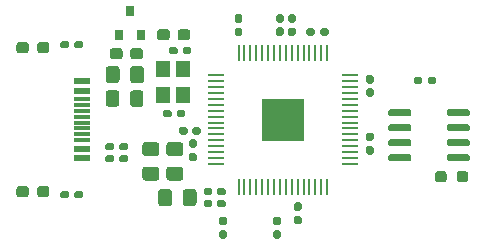
<source format=gbr>
%TF.GenerationSoftware,KiCad,Pcbnew,5.1.8*%
%TF.CreationDate,2020-12-05T00:24:13-05:00*%
%TF.ProjectId,cantankerous,63616e74-616e-46b6-9572-6f75732e6b69,rev?*%
%TF.SameCoordinates,Original*%
%TF.FileFunction,Paste,Top*%
%TF.FilePolarity,Positive*%
%FSLAX46Y46*%
G04 Gerber Fmt 4.6, Leading zero omitted, Abs format (unit mm)*
G04 Created by KiCad (PCBNEW 5.1.8) date 2020-12-05 00:24:13*
%MOMM*%
%LPD*%
G01*
G04 APERTURE LIST*
%ADD10C,0.152400*%
%ADD11R,3.606800X3.606800*%
%ADD12R,1.346200X0.228600*%
%ADD13R,0.228600X1.346200*%
%ADD14R,1.200000X1.400000*%
%ADD15R,0.800000X0.900000*%
%ADD16R,1.450000X0.300000*%
%ADD17R,1.450000X0.600000*%
G04 APERTURE END LIST*
D10*
%TO.C,U1*%
X144680000Y-107113400D02*
X144680000Y-105510000D01*
X143076600Y-107113400D02*
X144680000Y-107113400D01*
X143076600Y-105510000D02*
X143076600Y-107113400D01*
X144680000Y-105510000D02*
X143076600Y-105510000D01*
X146483400Y-107113400D02*
X146483400Y-105510000D01*
X144880000Y-107113400D02*
X146483400Y-107113400D01*
X144880000Y-105510000D02*
X144880000Y-107113400D01*
X146483400Y-105510000D02*
X144880000Y-105510000D01*
X144680000Y-105310000D02*
X144680000Y-103706600D01*
X143076600Y-105310000D02*
X144680000Y-105310000D01*
X143076600Y-103706600D02*
X143076600Y-105310000D01*
X144680000Y-103706600D02*
X143076600Y-103706600D01*
X146483400Y-105310000D02*
X146483400Y-103706600D01*
X144880000Y-105310000D02*
X146483400Y-105310000D01*
X144880000Y-103706600D02*
X144880000Y-105310000D01*
X146483400Y-103706600D02*
X144880000Y-103706600D01*
%TD*%
D11*
%TO.C,U1*%
X144780000Y-105410000D03*
D12*
X150456900Y-101660000D03*
X150456900Y-102159999D03*
X150456900Y-102660000D03*
X150456900Y-103159999D03*
X150456900Y-103660001D03*
X150456900Y-104160000D03*
X150456900Y-104659999D03*
X150456900Y-105160000D03*
X150456900Y-105660000D03*
X150456900Y-106160001D03*
X150456900Y-106660000D03*
X150456900Y-107159999D03*
X150456900Y-107660001D03*
X150456900Y-108160000D03*
X150456900Y-108660001D03*
X150456900Y-109160000D03*
D13*
X148530000Y-111086900D03*
X148030001Y-111086900D03*
X147530000Y-111086900D03*
X147030001Y-111086900D03*
X146529999Y-111086900D03*
X146030000Y-111086900D03*
X145530001Y-111086900D03*
X145030000Y-111086900D03*
X144530000Y-111086900D03*
X144029999Y-111086900D03*
X143530000Y-111086900D03*
X143030001Y-111086900D03*
X142529999Y-111086900D03*
X142030000Y-111086900D03*
X141529999Y-111086900D03*
X141030000Y-111086900D03*
D12*
X139103100Y-109160000D03*
X139103100Y-108660001D03*
X139103100Y-108160000D03*
X139103100Y-107660001D03*
X139103100Y-107159999D03*
X139103100Y-106660000D03*
X139103100Y-106160001D03*
X139103100Y-105660000D03*
X139103100Y-105160000D03*
X139103100Y-104659999D03*
X139103100Y-104160000D03*
X139103100Y-103660001D03*
X139103100Y-103159999D03*
X139103100Y-102660000D03*
X139103100Y-102159999D03*
X139103100Y-101660000D03*
D13*
X141030000Y-99733100D03*
X141529999Y-99733100D03*
X142030000Y-99733100D03*
X142529999Y-99733100D03*
X143030001Y-99733100D03*
X143530000Y-99733100D03*
X144029999Y-99733100D03*
X144530000Y-99733100D03*
X145030000Y-99733100D03*
X145530001Y-99733100D03*
X146030000Y-99733100D03*
X146529999Y-99733100D03*
X147030001Y-99733100D03*
X147530000Y-99733100D03*
X148030001Y-99733100D03*
X148530000Y-99733100D03*
%TD*%
D14*
%TO.C,Y1*%
X134620000Y-103292000D03*
X134620000Y-101092000D03*
X136320000Y-101092000D03*
X136320000Y-103292000D03*
%TD*%
%TO.C,C19*%
G36*
G01*
X130953000Y-101125000D02*
X130953000Y-102075000D01*
G75*
G02*
X130703000Y-102325000I-250000J0D01*
G01*
X130028000Y-102325000D01*
G75*
G02*
X129778000Y-102075000I0J250000D01*
G01*
X129778000Y-101125000D01*
G75*
G02*
X130028000Y-100875000I250000J0D01*
G01*
X130703000Y-100875000D01*
G75*
G02*
X130953000Y-101125000I0J-250000D01*
G01*
G37*
G36*
G01*
X133028000Y-101125000D02*
X133028000Y-102075000D01*
G75*
G02*
X132778000Y-102325000I-250000J0D01*
G01*
X132103000Y-102325000D01*
G75*
G02*
X131853000Y-102075000I0J250000D01*
G01*
X131853000Y-101125000D01*
G75*
G02*
X132103000Y-100875000I250000J0D01*
G01*
X132778000Y-100875000D01*
G75*
G02*
X133028000Y-101125000I0J-250000D01*
G01*
G37*
%TD*%
%TO.C,C2*%
G36*
G01*
X135860500Y-98472000D02*
X135860500Y-97997000D01*
G75*
G02*
X136098000Y-97759500I237500J0D01*
G01*
X136698000Y-97759500D01*
G75*
G02*
X136935500Y-97997000I0J-237500D01*
G01*
X136935500Y-98472000D01*
G75*
G02*
X136698000Y-98709500I-237500J0D01*
G01*
X136098000Y-98709500D01*
G75*
G02*
X135860500Y-98472000I0J237500D01*
G01*
G37*
G36*
G01*
X134135500Y-98472000D02*
X134135500Y-97997000D01*
G75*
G02*
X134373000Y-97759500I237500J0D01*
G01*
X134973000Y-97759500D01*
G75*
G02*
X135210500Y-97997000I0J-237500D01*
G01*
X135210500Y-98472000D01*
G75*
G02*
X134973000Y-98709500I-237500J0D01*
G01*
X134373000Y-98709500D01*
G75*
G02*
X134135500Y-98472000I0J237500D01*
G01*
G37*
%TD*%
%TO.C,C1*%
G36*
G01*
X131210000Y-99584500D02*
X131210000Y-100059500D01*
G75*
G02*
X130972500Y-100297000I-237500J0D01*
G01*
X130372500Y-100297000D01*
G75*
G02*
X130135000Y-100059500I0J237500D01*
G01*
X130135000Y-99584500D01*
G75*
G02*
X130372500Y-99347000I237500J0D01*
G01*
X130972500Y-99347000D01*
G75*
G02*
X131210000Y-99584500I0J-237500D01*
G01*
G37*
G36*
G01*
X132935000Y-99584500D02*
X132935000Y-100059500D01*
G75*
G02*
X132697500Y-100297000I-237500J0D01*
G01*
X132097500Y-100297000D01*
G75*
G02*
X131860000Y-100059500I0J237500D01*
G01*
X131860000Y-99584500D01*
G75*
G02*
X132097500Y-99347000I237500J0D01*
G01*
X132697500Y-99347000D01*
G75*
G02*
X132935000Y-99584500I0J-237500D01*
G01*
G37*
%TD*%
D15*
%TO.C,U2*%
X131823500Y-96234500D03*
X132773500Y-98234500D03*
X130873500Y-98234500D03*
%TD*%
%TO.C,R10*%
G36*
G01*
X126659000Y-111600000D02*
X126659000Y-111920000D01*
G75*
G02*
X126499000Y-112080000I-160000J0D01*
G01*
X126104000Y-112080000D01*
G75*
G02*
X125944000Y-111920000I0J160000D01*
G01*
X125944000Y-111600000D01*
G75*
G02*
X126104000Y-111440000I160000J0D01*
G01*
X126499000Y-111440000D01*
G75*
G02*
X126659000Y-111600000I0J-160000D01*
G01*
G37*
G36*
G01*
X127854000Y-111600000D02*
X127854000Y-111920000D01*
G75*
G02*
X127694000Y-112080000I-160000J0D01*
G01*
X127299000Y-112080000D01*
G75*
G02*
X127139000Y-111920000I0J160000D01*
G01*
X127139000Y-111600000D01*
G75*
G02*
X127299000Y-111440000I160000J0D01*
G01*
X127694000Y-111440000D01*
G75*
G02*
X127854000Y-111600000I0J-160000D01*
G01*
G37*
%TD*%
%TO.C,R9*%
G36*
G01*
X126659000Y-98900000D02*
X126659000Y-99220000D01*
G75*
G02*
X126499000Y-99380000I-160000J0D01*
G01*
X126104000Y-99380000D01*
G75*
G02*
X125944000Y-99220000I0J160000D01*
G01*
X125944000Y-98900000D01*
G75*
G02*
X126104000Y-98740000I160000J0D01*
G01*
X126499000Y-98740000D01*
G75*
G02*
X126659000Y-98900000I0J-160000D01*
G01*
G37*
G36*
G01*
X127854000Y-98900000D02*
X127854000Y-99220000D01*
G75*
G02*
X127694000Y-99380000I-160000J0D01*
G01*
X127299000Y-99380000D01*
G75*
G02*
X127139000Y-99220000I0J160000D01*
G01*
X127139000Y-98900000D01*
G75*
G02*
X127299000Y-98740000I160000J0D01*
G01*
X127694000Y-98740000D01*
G75*
G02*
X127854000Y-98900000I0J-160000D01*
G01*
G37*
%TD*%
%TO.C,D2*%
G36*
G01*
X123970500Y-111743500D02*
X123970500Y-111268500D01*
G75*
G02*
X124208000Y-111031000I237500J0D01*
G01*
X124783000Y-111031000D01*
G75*
G02*
X125020500Y-111268500I0J-237500D01*
G01*
X125020500Y-111743500D01*
G75*
G02*
X124783000Y-111981000I-237500J0D01*
G01*
X124208000Y-111981000D01*
G75*
G02*
X123970500Y-111743500I0J237500D01*
G01*
G37*
G36*
G01*
X122220500Y-111743500D02*
X122220500Y-111268500D01*
G75*
G02*
X122458000Y-111031000I237500J0D01*
G01*
X123033000Y-111031000D01*
G75*
G02*
X123270500Y-111268500I0J-237500D01*
G01*
X123270500Y-111743500D01*
G75*
G02*
X123033000Y-111981000I-237500J0D01*
G01*
X122458000Y-111981000D01*
G75*
G02*
X122220500Y-111743500I0J237500D01*
G01*
G37*
%TD*%
%TO.C,D1*%
G36*
G01*
X123970500Y-99551500D02*
X123970500Y-99076500D01*
G75*
G02*
X124208000Y-98839000I237500J0D01*
G01*
X124783000Y-98839000D01*
G75*
G02*
X125020500Y-99076500I0J-237500D01*
G01*
X125020500Y-99551500D01*
G75*
G02*
X124783000Y-99789000I-237500J0D01*
G01*
X124208000Y-99789000D01*
G75*
G02*
X123970500Y-99551500I0J237500D01*
G01*
G37*
G36*
G01*
X122220500Y-99551500D02*
X122220500Y-99076500D01*
G75*
G02*
X122458000Y-98839000I237500J0D01*
G01*
X123033000Y-98839000D01*
G75*
G02*
X123270500Y-99076500I0J-237500D01*
G01*
X123270500Y-99551500D01*
G75*
G02*
X123033000Y-99789000I-237500J0D01*
G01*
X122458000Y-99789000D01*
G75*
G02*
X122220500Y-99551500I0J237500D01*
G01*
G37*
%TD*%
%TO.C,C3*%
G36*
G01*
X135975000Y-106517500D02*
X135975000Y-106207500D01*
G75*
G02*
X136130000Y-106052500I155000J0D01*
G01*
X136555000Y-106052500D01*
G75*
G02*
X136710000Y-106207500I0J-155000D01*
G01*
X136710000Y-106517500D01*
G75*
G02*
X136555000Y-106672500I-155000J0D01*
G01*
X136130000Y-106672500D01*
G75*
G02*
X135975000Y-106517500I0J155000D01*
G01*
G37*
G36*
G01*
X137110000Y-106517500D02*
X137110000Y-106207500D01*
G75*
G02*
X137265000Y-106052500I155000J0D01*
G01*
X137690000Y-106052500D01*
G75*
G02*
X137845000Y-106207500I0J-155000D01*
G01*
X137845000Y-106517500D01*
G75*
G02*
X137690000Y-106672500I-155000J0D01*
G01*
X137265000Y-106672500D01*
G75*
G02*
X137110000Y-106517500I0J155000D01*
G01*
G37*
%TD*%
%TO.C,C4*%
G36*
G01*
X140878500Y-96478000D02*
X141188500Y-96478000D01*
G75*
G02*
X141343500Y-96633000I0J-155000D01*
G01*
X141343500Y-97058000D01*
G75*
G02*
X141188500Y-97213000I-155000J0D01*
G01*
X140878500Y-97213000D01*
G75*
G02*
X140723500Y-97058000I0J155000D01*
G01*
X140723500Y-96633000D01*
G75*
G02*
X140878500Y-96478000I155000J0D01*
G01*
G37*
G36*
G01*
X140878500Y-97613000D02*
X141188500Y-97613000D01*
G75*
G02*
X141343500Y-97768000I0J-155000D01*
G01*
X141343500Y-98193000D01*
G75*
G02*
X141188500Y-98348000I-155000J0D01*
G01*
X140878500Y-98348000D01*
G75*
G02*
X140723500Y-98193000I0J155000D01*
G01*
X140723500Y-97768000D01*
G75*
G02*
X140878500Y-97613000I155000J0D01*
G01*
G37*
%TD*%
%TO.C,C5*%
G36*
G01*
X151991000Y-102756500D02*
X152301000Y-102756500D01*
G75*
G02*
X152456000Y-102911500I0J-155000D01*
G01*
X152456000Y-103336500D01*
G75*
G02*
X152301000Y-103491500I-155000J0D01*
G01*
X151991000Y-103491500D01*
G75*
G02*
X151836000Y-103336500I0J155000D01*
G01*
X151836000Y-102911500D01*
G75*
G02*
X151991000Y-102756500I155000J0D01*
G01*
G37*
G36*
G01*
X151991000Y-101621500D02*
X152301000Y-101621500D01*
G75*
G02*
X152456000Y-101776500I0J-155000D01*
G01*
X152456000Y-102201500D01*
G75*
G02*
X152301000Y-102356500I-155000J0D01*
G01*
X151991000Y-102356500D01*
G75*
G02*
X151836000Y-102201500I0J155000D01*
G01*
X151836000Y-101776500D01*
G75*
G02*
X151991000Y-101621500I155000J0D01*
G01*
G37*
%TD*%
%TO.C,C6*%
G36*
G01*
X145387000Y-96478000D02*
X145697000Y-96478000D01*
G75*
G02*
X145852000Y-96633000I0J-155000D01*
G01*
X145852000Y-97058000D01*
G75*
G02*
X145697000Y-97213000I-155000J0D01*
G01*
X145387000Y-97213000D01*
G75*
G02*
X145232000Y-97058000I0J155000D01*
G01*
X145232000Y-96633000D01*
G75*
G02*
X145387000Y-96478000I155000J0D01*
G01*
G37*
G36*
G01*
X145387000Y-97613000D02*
X145697000Y-97613000D01*
G75*
G02*
X145852000Y-97768000I0J-155000D01*
G01*
X145852000Y-98193000D01*
G75*
G02*
X145697000Y-98348000I-155000J0D01*
G01*
X145387000Y-98348000D01*
G75*
G02*
X145232000Y-98193000I0J155000D01*
G01*
X145232000Y-97768000D01*
G75*
G02*
X145387000Y-97613000I155000J0D01*
G01*
G37*
%TD*%
%TO.C,C7*%
G36*
G01*
X144371000Y-96470000D02*
X144681000Y-96470000D01*
G75*
G02*
X144836000Y-96625000I0J-155000D01*
G01*
X144836000Y-97050000D01*
G75*
G02*
X144681000Y-97205000I-155000J0D01*
G01*
X144371000Y-97205000D01*
G75*
G02*
X144216000Y-97050000I0J155000D01*
G01*
X144216000Y-96625000D01*
G75*
G02*
X144371000Y-96470000I155000J0D01*
G01*
G37*
G36*
G01*
X144371000Y-97605000D02*
X144681000Y-97605000D01*
G75*
G02*
X144836000Y-97760000I0J-155000D01*
G01*
X144836000Y-98185000D01*
G75*
G02*
X144681000Y-98340000I-155000J0D01*
G01*
X144371000Y-98340000D01*
G75*
G02*
X144216000Y-98185000I0J155000D01*
G01*
X144216000Y-97760000D01*
G75*
G02*
X144371000Y-97605000I155000J0D01*
G01*
G37*
%TD*%
%TO.C,C8*%
G36*
G01*
X146205000Y-114286500D02*
X145895000Y-114286500D01*
G75*
G02*
X145740000Y-114131500I0J155000D01*
G01*
X145740000Y-113706500D01*
G75*
G02*
X145895000Y-113551500I155000J0D01*
G01*
X146205000Y-113551500D01*
G75*
G02*
X146360000Y-113706500I0J-155000D01*
G01*
X146360000Y-114131500D01*
G75*
G02*
X146205000Y-114286500I-155000J0D01*
G01*
G37*
G36*
G01*
X146205000Y-113151500D02*
X145895000Y-113151500D01*
G75*
G02*
X145740000Y-112996500I0J155000D01*
G01*
X145740000Y-112571500D01*
G75*
G02*
X145895000Y-112416500I155000J0D01*
G01*
X146205000Y-112416500D01*
G75*
G02*
X146360000Y-112571500I0J-155000D01*
G01*
X146360000Y-112996500D01*
G75*
G02*
X146205000Y-113151500I-155000J0D01*
G01*
G37*
%TD*%
%TO.C,C9*%
G36*
G01*
X152301000Y-107238000D02*
X151991000Y-107238000D01*
G75*
G02*
X151836000Y-107083000I0J155000D01*
G01*
X151836000Y-106658000D01*
G75*
G02*
X151991000Y-106503000I155000J0D01*
G01*
X152301000Y-106503000D01*
G75*
G02*
X152456000Y-106658000I0J-155000D01*
G01*
X152456000Y-107083000D01*
G75*
G02*
X152301000Y-107238000I-155000J0D01*
G01*
G37*
G36*
G01*
X152301000Y-108373000D02*
X151991000Y-108373000D01*
G75*
G02*
X151836000Y-108218000I0J155000D01*
G01*
X151836000Y-107793000D01*
G75*
G02*
X151991000Y-107638000I155000J0D01*
G01*
X152301000Y-107638000D01*
G75*
G02*
X152456000Y-107793000I0J-155000D01*
G01*
X152456000Y-108218000D01*
G75*
G02*
X152301000Y-108373000I-155000J0D01*
G01*
G37*
%TD*%
%TO.C,C10*%
G36*
G01*
X139197500Y-111661000D02*
X139197500Y-111351000D01*
G75*
G02*
X139352500Y-111196000I155000J0D01*
G01*
X139777500Y-111196000D01*
G75*
G02*
X139932500Y-111351000I0J-155000D01*
G01*
X139932500Y-111661000D01*
G75*
G02*
X139777500Y-111816000I-155000J0D01*
G01*
X139352500Y-111816000D01*
G75*
G02*
X139197500Y-111661000I0J155000D01*
G01*
G37*
G36*
G01*
X138062500Y-111661000D02*
X138062500Y-111351000D01*
G75*
G02*
X138217500Y-111196000I155000J0D01*
G01*
X138642500Y-111196000D01*
G75*
G02*
X138797500Y-111351000I0J-155000D01*
G01*
X138797500Y-111661000D01*
G75*
G02*
X138642500Y-111816000I-155000J0D01*
G01*
X138217500Y-111816000D01*
G75*
G02*
X138062500Y-111661000I0J155000D01*
G01*
G37*
%TD*%
%TO.C,C11*%
G36*
G01*
X137315000Y-107809500D02*
X137005000Y-107809500D01*
G75*
G02*
X136850000Y-107654500I0J155000D01*
G01*
X136850000Y-107229500D01*
G75*
G02*
X137005000Y-107074500I155000J0D01*
G01*
X137315000Y-107074500D01*
G75*
G02*
X137470000Y-107229500I0J-155000D01*
G01*
X137470000Y-107654500D01*
G75*
G02*
X137315000Y-107809500I-155000J0D01*
G01*
G37*
G36*
G01*
X137315000Y-108944500D02*
X137005000Y-108944500D01*
G75*
G02*
X136850000Y-108789500I0J155000D01*
G01*
X136850000Y-108364500D01*
G75*
G02*
X137005000Y-108209500I155000J0D01*
G01*
X137315000Y-108209500D01*
G75*
G02*
X137470000Y-108364500I0J-155000D01*
G01*
X137470000Y-108789500D01*
G75*
G02*
X137315000Y-108944500I-155000J0D01*
G01*
G37*
%TD*%
%TO.C,C12*%
G36*
G01*
X138062500Y-112677000D02*
X138062500Y-112367000D01*
G75*
G02*
X138217500Y-112212000I155000J0D01*
G01*
X138642500Y-112212000D01*
G75*
G02*
X138797500Y-112367000I0J-155000D01*
G01*
X138797500Y-112677000D01*
G75*
G02*
X138642500Y-112832000I-155000J0D01*
G01*
X138217500Y-112832000D01*
G75*
G02*
X138062500Y-112677000I0J155000D01*
G01*
G37*
G36*
G01*
X139197500Y-112677000D02*
X139197500Y-112367000D01*
G75*
G02*
X139352500Y-112212000I155000J0D01*
G01*
X139777500Y-112212000D01*
G75*
G02*
X139932500Y-112367000I0J-155000D01*
G01*
X139932500Y-112677000D01*
G75*
G02*
X139777500Y-112832000I-155000J0D01*
G01*
X139352500Y-112832000D01*
G75*
G02*
X139197500Y-112677000I0J155000D01*
G01*
G37*
%TD*%
%TO.C,C13*%
G36*
G01*
X135376500Y-104747000D02*
X135376500Y-105057000D01*
G75*
G02*
X135221500Y-105212000I-155000J0D01*
G01*
X134796500Y-105212000D01*
G75*
G02*
X134641500Y-105057000I0J155000D01*
G01*
X134641500Y-104747000D01*
G75*
G02*
X134796500Y-104592000I155000J0D01*
G01*
X135221500Y-104592000D01*
G75*
G02*
X135376500Y-104747000I0J-155000D01*
G01*
G37*
G36*
G01*
X136511500Y-104747000D02*
X136511500Y-105057000D01*
G75*
G02*
X136356500Y-105212000I-155000J0D01*
G01*
X135931500Y-105212000D01*
G75*
G02*
X135776500Y-105057000I0J155000D01*
G01*
X135776500Y-104747000D01*
G75*
G02*
X135931500Y-104592000I155000J0D01*
G01*
X136356500Y-104592000D01*
G75*
G02*
X136511500Y-104747000I0J-155000D01*
G01*
G37*
%TD*%
%TO.C,C14*%
G36*
G01*
X137019500Y-99413000D02*
X137019500Y-99723000D01*
G75*
G02*
X136864500Y-99878000I-155000J0D01*
G01*
X136439500Y-99878000D01*
G75*
G02*
X136284500Y-99723000I0J155000D01*
G01*
X136284500Y-99413000D01*
G75*
G02*
X136439500Y-99258000I155000J0D01*
G01*
X136864500Y-99258000D01*
G75*
G02*
X137019500Y-99413000I0J-155000D01*
G01*
G37*
G36*
G01*
X135884500Y-99413000D02*
X135884500Y-99723000D01*
G75*
G02*
X135729500Y-99878000I-155000J0D01*
G01*
X135304500Y-99878000D01*
G75*
G02*
X135149500Y-99723000I0J155000D01*
G01*
X135149500Y-99413000D01*
G75*
G02*
X135304500Y-99258000I155000J0D01*
G01*
X135729500Y-99258000D01*
G75*
G02*
X135884500Y-99413000I0J-155000D01*
G01*
G37*
%TD*%
%TO.C,C15*%
G36*
G01*
X137473000Y-111539000D02*
X137473000Y-112489000D01*
G75*
G02*
X137223000Y-112739000I-250000J0D01*
G01*
X136548000Y-112739000D01*
G75*
G02*
X136298000Y-112489000I0J250000D01*
G01*
X136298000Y-111539000D01*
G75*
G02*
X136548000Y-111289000I250000J0D01*
G01*
X137223000Y-111289000D01*
G75*
G02*
X137473000Y-111539000I0J-250000D01*
G01*
G37*
G36*
G01*
X135398000Y-111539000D02*
X135398000Y-112489000D01*
G75*
G02*
X135148000Y-112739000I-250000J0D01*
G01*
X134473000Y-112739000D01*
G75*
G02*
X134223000Y-112489000I0J250000D01*
G01*
X134223000Y-111539000D01*
G75*
G02*
X134473000Y-111289000I250000J0D01*
G01*
X135148000Y-111289000D01*
G75*
G02*
X135398000Y-111539000I0J-250000D01*
G01*
G37*
%TD*%
%TO.C,C16*%
G36*
G01*
X134079000Y-108494500D02*
X133129000Y-108494500D01*
G75*
G02*
X132879000Y-108244500I0J250000D01*
G01*
X132879000Y-107569500D01*
G75*
G02*
X133129000Y-107319500I250000J0D01*
G01*
X134079000Y-107319500D01*
G75*
G02*
X134329000Y-107569500I0J-250000D01*
G01*
X134329000Y-108244500D01*
G75*
G02*
X134079000Y-108494500I-250000J0D01*
G01*
G37*
G36*
G01*
X134079000Y-110569500D02*
X133129000Y-110569500D01*
G75*
G02*
X132879000Y-110319500I0J250000D01*
G01*
X132879000Y-109644500D01*
G75*
G02*
X133129000Y-109394500I250000J0D01*
G01*
X134079000Y-109394500D01*
G75*
G02*
X134329000Y-109644500I0J-250000D01*
G01*
X134329000Y-110319500D01*
G75*
G02*
X134079000Y-110569500I-250000J0D01*
G01*
G37*
%TD*%
%TO.C,C17*%
G36*
G01*
X139855000Y-115493000D02*
X139545000Y-115493000D01*
G75*
G02*
X139390000Y-115338000I0J155000D01*
G01*
X139390000Y-114913000D01*
G75*
G02*
X139545000Y-114758000I155000J0D01*
G01*
X139855000Y-114758000D01*
G75*
G02*
X140010000Y-114913000I0J-155000D01*
G01*
X140010000Y-115338000D01*
G75*
G02*
X139855000Y-115493000I-155000J0D01*
G01*
G37*
G36*
G01*
X139855000Y-114358000D02*
X139545000Y-114358000D01*
G75*
G02*
X139390000Y-114203000I0J155000D01*
G01*
X139390000Y-113778000D01*
G75*
G02*
X139545000Y-113623000I155000J0D01*
G01*
X139855000Y-113623000D01*
G75*
G02*
X140010000Y-113778000I0J-155000D01*
G01*
X140010000Y-114203000D01*
G75*
G02*
X139855000Y-114358000I-155000J0D01*
G01*
G37*
%TD*%
%TO.C,C18*%
G36*
G01*
X144117000Y-113623000D02*
X144427000Y-113623000D01*
G75*
G02*
X144582000Y-113778000I0J-155000D01*
G01*
X144582000Y-114203000D01*
G75*
G02*
X144427000Y-114358000I-155000J0D01*
G01*
X144117000Y-114358000D01*
G75*
G02*
X143962000Y-114203000I0J155000D01*
G01*
X143962000Y-113778000D01*
G75*
G02*
X144117000Y-113623000I155000J0D01*
G01*
G37*
G36*
G01*
X144117000Y-114758000D02*
X144427000Y-114758000D01*
G75*
G02*
X144582000Y-114913000I0J-155000D01*
G01*
X144582000Y-115338000D01*
G75*
G02*
X144427000Y-115493000I-155000J0D01*
G01*
X144117000Y-115493000D01*
G75*
G02*
X143962000Y-115338000I0J155000D01*
G01*
X143962000Y-114913000D01*
G75*
G02*
X144117000Y-114758000I155000J0D01*
G01*
G37*
%TD*%
%TO.C,F1*%
G36*
G01*
X132981500Y-103181999D02*
X132981500Y-104082001D01*
G75*
G02*
X132731501Y-104332000I-249999J0D01*
G01*
X132081499Y-104332000D01*
G75*
G02*
X131831500Y-104082001I0J249999D01*
G01*
X131831500Y-103181999D01*
G75*
G02*
X132081499Y-102932000I249999J0D01*
G01*
X132731501Y-102932000D01*
G75*
G02*
X132981500Y-103181999I0J-249999D01*
G01*
G37*
G36*
G01*
X130931500Y-103181999D02*
X130931500Y-104082001D01*
G75*
G02*
X130681501Y-104332000I-249999J0D01*
G01*
X130031499Y-104332000D01*
G75*
G02*
X129781500Y-104082001I0J249999D01*
G01*
X129781500Y-103181999D01*
G75*
G02*
X130031499Y-102932000I249999J0D01*
G01*
X130681501Y-102932000D01*
G75*
G02*
X130931500Y-103181999I0J-249999D01*
G01*
G37*
%TD*%
D16*
%TO.C,J2*%
X127806500Y-105160000D03*
X127806500Y-107160000D03*
X127806500Y-106660000D03*
X127806500Y-106160000D03*
X127806500Y-105660000D03*
X127806500Y-104660000D03*
X127806500Y-104160000D03*
X127806500Y-103660000D03*
D17*
X127806500Y-108660000D03*
X127806500Y-107860000D03*
X127806500Y-102960000D03*
X127806500Y-102160000D03*
X127806500Y-102160000D03*
X127806500Y-102960000D03*
X127806500Y-107860000D03*
X127806500Y-108660000D03*
%TD*%
%TO.C,L1*%
G36*
G01*
X136111000Y-110569500D02*
X135161000Y-110569500D01*
G75*
G02*
X134911000Y-110319500I0J250000D01*
G01*
X134911000Y-109644500D01*
G75*
G02*
X135161000Y-109394500I250000J0D01*
G01*
X136111000Y-109394500D01*
G75*
G02*
X136361000Y-109644500I0J-250000D01*
G01*
X136361000Y-110319500D01*
G75*
G02*
X136111000Y-110569500I-250000J0D01*
G01*
G37*
G36*
G01*
X136111000Y-108494500D02*
X135161000Y-108494500D01*
G75*
G02*
X134911000Y-108244500I0J250000D01*
G01*
X134911000Y-107569500D01*
G75*
G02*
X135161000Y-107319500I250000J0D01*
G01*
X136111000Y-107319500D01*
G75*
G02*
X136361000Y-107569500I0J-250000D01*
G01*
X136361000Y-108244500D01*
G75*
G02*
X136111000Y-108494500I-250000J0D01*
G01*
G37*
%TD*%
%TO.C,R1*%
G36*
G01*
X155864000Y-102268000D02*
X155864000Y-101948000D01*
G75*
G02*
X156024000Y-101788000I160000J0D01*
G01*
X156419000Y-101788000D01*
G75*
G02*
X156579000Y-101948000I0J-160000D01*
G01*
X156579000Y-102268000D01*
G75*
G02*
X156419000Y-102428000I-160000J0D01*
G01*
X156024000Y-102428000D01*
G75*
G02*
X155864000Y-102268000I0J160000D01*
G01*
G37*
G36*
G01*
X157059000Y-102268000D02*
X157059000Y-101948000D01*
G75*
G02*
X157219000Y-101788000I160000J0D01*
G01*
X157614000Y-101788000D01*
G75*
G02*
X157774000Y-101948000I0J-160000D01*
G01*
X157774000Y-102268000D01*
G75*
G02*
X157614000Y-102428000I-160000J0D01*
G01*
X157219000Y-102428000D01*
G75*
G02*
X157059000Y-102268000I0J160000D01*
G01*
G37*
%TD*%
%TO.C,R2*%
G36*
G01*
X146746000Y-98140500D02*
X146746000Y-97820500D01*
G75*
G02*
X146906000Y-97660500I160000J0D01*
G01*
X147301000Y-97660500D01*
G75*
G02*
X147461000Y-97820500I0J-160000D01*
G01*
X147461000Y-98140500D01*
G75*
G02*
X147301000Y-98300500I-160000J0D01*
G01*
X146906000Y-98300500D01*
G75*
G02*
X146746000Y-98140500I0J160000D01*
G01*
G37*
G36*
G01*
X147941000Y-98140500D02*
X147941000Y-97820500D01*
G75*
G02*
X148101000Y-97660500I160000J0D01*
G01*
X148496000Y-97660500D01*
G75*
G02*
X148656000Y-97820500I0J-160000D01*
G01*
X148656000Y-98140500D01*
G75*
G02*
X148496000Y-98300500I-160000J0D01*
G01*
X148101000Y-98300500D01*
G75*
G02*
X147941000Y-98140500I0J160000D01*
G01*
G37*
%TD*%
%TO.C,R6*%
G36*
G01*
X130469000Y-108552000D02*
X130469000Y-108872000D01*
G75*
G02*
X130309000Y-109032000I-160000J0D01*
G01*
X129914000Y-109032000D01*
G75*
G02*
X129754000Y-108872000I0J160000D01*
G01*
X129754000Y-108552000D01*
G75*
G02*
X129914000Y-108392000I160000J0D01*
G01*
X130309000Y-108392000D01*
G75*
G02*
X130469000Y-108552000I0J-160000D01*
G01*
G37*
G36*
G01*
X131664000Y-108552000D02*
X131664000Y-108872000D01*
G75*
G02*
X131504000Y-109032000I-160000J0D01*
G01*
X131109000Y-109032000D01*
G75*
G02*
X130949000Y-108872000I0J160000D01*
G01*
X130949000Y-108552000D01*
G75*
G02*
X131109000Y-108392000I160000J0D01*
G01*
X131504000Y-108392000D01*
G75*
G02*
X131664000Y-108552000I0J-160000D01*
G01*
G37*
%TD*%
%TO.C,R7*%
G36*
G01*
X129754000Y-107856000D02*
X129754000Y-107536000D01*
G75*
G02*
X129914000Y-107376000I160000J0D01*
G01*
X130309000Y-107376000D01*
G75*
G02*
X130469000Y-107536000I0J-160000D01*
G01*
X130469000Y-107856000D01*
G75*
G02*
X130309000Y-108016000I-160000J0D01*
G01*
X129914000Y-108016000D01*
G75*
G02*
X129754000Y-107856000I0J160000D01*
G01*
G37*
G36*
G01*
X130949000Y-107856000D02*
X130949000Y-107536000D01*
G75*
G02*
X131109000Y-107376000I160000J0D01*
G01*
X131504000Y-107376000D01*
G75*
G02*
X131664000Y-107536000I0J-160000D01*
G01*
X131664000Y-107856000D01*
G75*
G02*
X131504000Y-108016000I-160000J0D01*
G01*
X131109000Y-108016000D01*
G75*
G02*
X130949000Y-107856000I0J160000D01*
G01*
G37*
%TD*%
%TO.C,R8*%
G36*
G01*
X157667500Y-110473500D02*
X157667500Y-109998500D01*
G75*
G02*
X157905000Y-109761000I237500J0D01*
G01*
X158405000Y-109761000D01*
G75*
G02*
X158642500Y-109998500I0J-237500D01*
G01*
X158642500Y-110473500D01*
G75*
G02*
X158405000Y-110711000I-237500J0D01*
G01*
X157905000Y-110711000D01*
G75*
G02*
X157667500Y-110473500I0J237500D01*
G01*
G37*
G36*
G01*
X159492500Y-110473500D02*
X159492500Y-109998500D01*
G75*
G02*
X159730000Y-109761000I237500J0D01*
G01*
X160230000Y-109761000D01*
G75*
G02*
X160467500Y-109998500I0J-237500D01*
G01*
X160467500Y-110473500D01*
G75*
G02*
X160230000Y-110711000I-237500J0D01*
G01*
X159730000Y-110711000D01*
G75*
G02*
X159492500Y-110473500I0J237500D01*
G01*
G37*
%TD*%
%TO.C,U3*%
G36*
G01*
X153711000Y-104988500D02*
X153711000Y-104688500D01*
G75*
G02*
X153861000Y-104538500I150000J0D01*
G01*
X155511000Y-104538500D01*
G75*
G02*
X155661000Y-104688500I0J-150000D01*
G01*
X155661000Y-104988500D01*
G75*
G02*
X155511000Y-105138500I-150000J0D01*
G01*
X153861000Y-105138500D01*
G75*
G02*
X153711000Y-104988500I0J150000D01*
G01*
G37*
G36*
G01*
X153711000Y-106258500D02*
X153711000Y-105958500D01*
G75*
G02*
X153861000Y-105808500I150000J0D01*
G01*
X155511000Y-105808500D01*
G75*
G02*
X155661000Y-105958500I0J-150000D01*
G01*
X155661000Y-106258500D01*
G75*
G02*
X155511000Y-106408500I-150000J0D01*
G01*
X153861000Y-106408500D01*
G75*
G02*
X153711000Y-106258500I0J150000D01*
G01*
G37*
G36*
G01*
X153711000Y-107528500D02*
X153711000Y-107228500D01*
G75*
G02*
X153861000Y-107078500I150000J0D01*
G01*
X155511000Y-107078500D01*
G75*
G02*
X155661000Y-107228500I0J-150000D01*
G01*
X155661000Y-107528500D01*
G75*
G02*
X155511000Y-107678500I-150000J0D01*
G01*
X153861000Y-107678500D01*
G75*
G02*
X153711000Y-107528500I0J150000D01*
G01*
G37*
G36*
G01*
X153711000Y-108798500D02*
X153711000Y-108498500D01*
G75*
G02*
X153861000Y-108348500I150000J0D01*
G01*
X155511000Y-108348500D01*
G75*
G02*
X155661000Y-108498500I0J-150000D01*
G01*
X155661000Y-108798500D01*
G75*
G02*
X155511000Y-108948500I-150000J0D01*
G01*
X153861000Y-108948500D01*
G75*
G02*
X153711000Y-108798500I0J150000D01*
G01*
G37*
G36*
G01*
X158661000Y-108798500D02*
X158661000Y-108498500D01*
G75*
G02*
X158811000Y-108348500I150000J0D01*
G01*
X160461000Y-108348500D01*
G75*
G02*
X160611000Y-108498500I0J-150000D01*
G01*
X160611000Y-108798500D01*
G75*
G02*
X160461000Y-108948500I-150000J0D01*
G01*
X158811000Y-108948500D01*
G75*
G02*
X158661000Y-108798500I0J150000D01*
G01*
G37*
G36*
G01*
X158661000Y-107528500D02*
X158661000Y-107228500D01*
G75*
G02*
X158811000Y-107078500I150000J0D01*
G01*
X160461000Y-107078500D01*
G75*
G02*
X160611000Y-107228500I0J-150000D01*
G01*
X160611000Y-107528500D01*
G75*
G02*
X160461000Y-107678500I-150000J0D01*
G01*
X158811000Y-107678500D01*
G75*
G02*
X158661000Y-107528500I0J150000D01*
G01*
G37*
G36*
G01*
X158661000Y-106258500D02*
X158661000Y-105958500D01*
G75*
G02*
X158811000Y-105808500I150000J0D01*
G01*
X160461000Y-105808500D01*
G75*
G02*
X160611000Y-105958500I0J-150000D01*
G01*
X160611000Y-106258500D01*
G75*
G02*
X160461000Y-106408500I-150000J0D01*
G01*
X158811000Y-106408500D01*
G75*
G02*
X158661000Y-106258500I0J150000D01*
G01*
G37*
G36*
G01*
X158661000Y-104988500D02*
X158661000Y-104688500D01*
G75*
G02*
X158811000Y-104538500I150000J0D01*
G01*
X160461000Y-104538500D01*
G75*
G02*
X160611000Y-104688500I0J-150000D01*
G01*
X160611000Y-104988500D01*
G75*
G02*
X160461000Y-105138500I-150000J0D01*
G01*
X158811000Y-105138500D01*
G75*
G02*
X158661000Y-104988500I0J150000D01*
G01*
G37*
%TD*%
M02*

</source>
